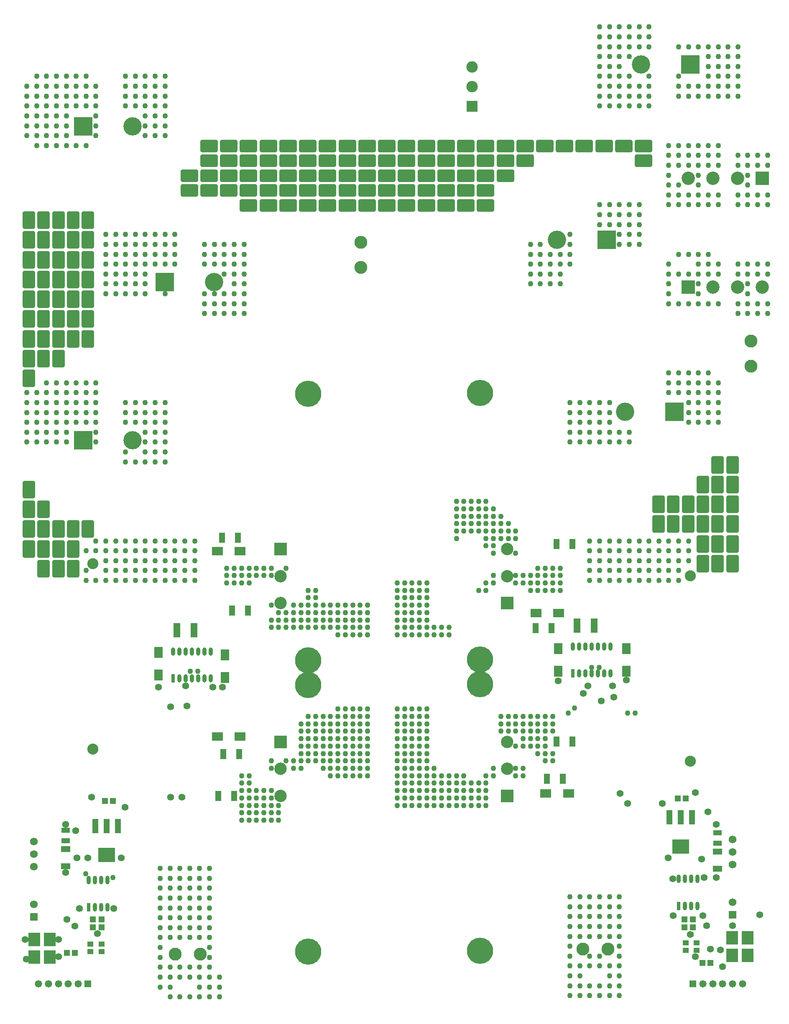
<source format=gts>
G04 Layer_Color=8388736*
%FSLAX24Y24*%
%MOIN*%
G70*
G01*
G75*
G04:AMPARAMS|DCode=71|XSize=137.8mil|YSize=98.4mil|CornerRadius=9.8mil|HoleSize=0mil|Usage=FLASHONLY|Rotation=0.000|XOffset=0mil|YOffset=0mil|HoleType=Round|Shape=RoundedRectangle|*
%AMROUNDEDRECTD71*
21,1,0.1378,0.0787,0,0,0.0*
21,1,0.1181,0.0984,0,0,0.0*
1,1,0.0197,0.0591,-0.0394*
1,1,0.0197,-0.0591,-0.0394*
1,1,0.0197,-0.0591,0.0394*
1,1,0.0197,0.0591,0.0394*
%
%ADD71ROUNDEDRECTD71*%
G04:AMPARAMS|DCode=72|XSize=137.8mil|YSize=98.4mil|CornerRadius=9.8mil|HoleSize=0mil|Usage=FLASHONLY|Rotation=90.000|XOffset=0mil|YOffset=0mil|HoleType=Round|Shape=RoundedRectangle|*
%AMROUNDEDRECTD72*
21,1,0.1378,0.0787,0,0,90.0*
21,1,0.1181,0.0984,0,0,90.0*
1,1,0.0197,0.0394,0.0591*
1,1,0.0197,0.0394,-0.0591*
1,1,0.0197,-0.0394,-0.0591*
1,1,0.0197,-0.0394,0.0591*
%
%ADD72ROUNDEDRECTD72*%
%ADD73O,0.0316X0.0651*%
%ADD74R,0.0316X0.0651*%
%ADD75R,0.0513X0.0808*%
%ADD76R,0.0671X0.0434*%
%ADD77R,0.0493X0.0395*%
%ADD78R,0.0533X0.1182*%
%ADD79R,0.0513X0.0474*%
%ADD80R,0.0474X0.0513*%
%ADD81R,0.0940X0.1102*%
%ADD82R,0.0474X0.1143*%
%ADD83R,0.1379X0.1143*%
%ADD84R,0.0867X0.0690*%
%ADD85R,0.0690X0.0867*%
%ADD86R,0.0316X0.0690*%
%ADD87O,0.0316X0.0690*%
%ADD88R,0.0769X0.0513*%
%ADD89C,0.1030*%
%ADD90C,0.0880*%
%ADD91C,0.2088*%
%ADD92C,0.1458*%
%ADD93R,0.1458X0.1458*%
%ADD94C,0.0986*%
%ADD95R,0.0986X0.0986*%
%ADD96R,0.0579X0.0579*%
%ADD97C,0.0579*%
%ADD98C,0.1064*%
%ADD99R,0.1064X0.1064*%
%ADD100R,0.0615X0.0615*%
%ADD101C,0.0615*%
%ADD102R,0.0910X0.0910*%
%ADD103C,0.0910*%
%ADD104C,0.0434*%
%ADD105C,0.0552*%
D71*
X30512Y71063D02*
D03*
X32087D02*
D03*
X35236D02*
D03*
X33661D02*
D03*
X36811D02*
D03*
X28937D02*
D03*
X25787D02*
D03*
X27362D02*
D03*
X24213D02*
D03*
X22638D02*
D03*
X21063D02*
D03*
X17913D02*
D03*
X19488D02*
D03*
X16339D02*
D03*
X14764Y68701D02*
D03*
Y67520D02*
D03*
X16339D02*
D03*
Y68701D02*
D03*
Y69882D02*
D03*
X19488D02*
D03*
Y68701D02*
D03*
Y67520D02*
D03*
Y66339D02*
D03*
X17913Y67520D02*
D03*
Y68701D02*
D03*
Y69882D02*
D03*
X21063Y66339D02*
D03*
Y67520D02*
D03*
Y68701D02*
D03*
Y69882D02*
D03*
X22638D02*
D03*
Y68701D02*
D03*
Y67520D02*
D03*
Y66339D02*
D03*
X24213D02*
D03*
Y67520D02*
D03*
Y68701D02*
D03*
Y69882D02*
D03*
X27362D02*
D03*
Y68701D02*
D03*
Y67520D02*
D03*
Y66339D02*
D03*
X25787D02*
D03*
Y67520D02*
D03*
Y68701D02*
D03*
Y69882D02*
D03*
X28937Y66339D02*
D03*
Y67520D02*
D03*
Y68701D02*
D03*
Y69882D02*
D03*
X38386Y71063D02*
D03*
X50984Y69882D02*
D03*
Y71063D02*
D03*
X49409D02*
D03*
X47835D02*
D03*
X46260D02*
D03*
X44685D02*
D03*
X43110D02*
D03*
X41535Y69882D02*
D03*
Y71063D02*
D03*
X39961D02*
D03*
Y69882D02*
D03*
Y68701D02*
D03*
X36811Y69882D02*
D03*
Y68701D02*
D03*
Y67520D02*
D03*
Y66339D02*
D03*
X38386D02*
D03*
Y67520D02*
D03*
Y68701D02*
D03*
Y69882D02*
D03*
X33661D02*
D03*
Y68701D02*
D03*
Y67520D02*
D03*
Y66339D02*
D03*
X35236D02*
D03*
Y67520D02*
D03*
Y68701D02*
D03*
Y69882D02*
D03*
X32087D02*
D03*
Y68701D02*
D03*
Y67520D02*
D03*
Y66339D02*
D03*
X30512D02*
D03*
Y67520D02*
D03*
Y68701D02*
D03*
Y69882D02*
D03*
D72*
X1969Y57283D02*
D03*
X3150D02*
D03*
X4331D02*
D03*
X5512D02*
D03*
Y55709D02*
D03*
X4331D02*
D03*
X3150D02*
D03*
X1969D02*
D03*
X6693Y55709D02*
D03*
Y57283D02*
D03*
Y65157D02*
D03*
Y62008D02*
D03*
Y63583D02*
D03*
Y60433D02*
D03*
Y58858D02*
D03*
X1969Y58858D02*
D03*
X3150D02*
D03*
X4331D02*
D03*
X5512D02*
D03*
Y60433D02*
D03*
X4331D02*
D03*
X3150D02*
D03*
X1969D02*
D03*
Y63583D02*
D03*
X3150D02*
D03*
X4331D02*
D03*
X5512D02*
D03*
Y62008D02*
D03*
X4331D02*
D03*
X3150D02*
D03*
X1969D02*
D03*
X5512Y65157D02*
D03*
X4331D02*
D03*
X3150D02*
D03*
X1969D02*
D03*
X4331Y54134D02*
D03*
X3150D02*
D03*
X1969D02*
D03*
Y52559D02*
D03*
Y43701D02*
D03*
Y42126D02*
D03*
X3150D02*
D03*
X6693Y40551D02*
D03*
X1969Y40551D02*
D03*
X3150D02*
D03*
X4331D02*
D03*
X5512D02*
D03*
X1969Y38976D02*
D03*
X3150D02*
D03*
X4331D02*
D03*
X5512D02*
D03*
X3150Y37402D02*
D03*
X4331D02*
D03*
X5512D02*
D03*
X53346Y42520D02*
D03*
X54528D02*
D03*
X55709D02*
D03*
X56890D02*
D03*
X58071Y42520D02*
D03*
X53346Y40945D02*
D03*
X54528D02*
D03*
X55709D02*
D03*
X56890D02*
D03*
X58071Y40945D02*
D03*
X55709Y39370D02*
D03*
X56890D02*
D03*
X58071Y39370D02*
D03*
X55709Y37795D02*
D03*
X56890D02*
D03*
X58071Y37795D02*
D03*
X52165Y40945D02*
D03*
Y42520D02*
D03*
X58071Y44094D02*
D03*
Y45669D02*
D03*
X56890Y44094D02*
D03*
Y45669D02*
D03*
X55709Y44094D02*
D03*
D73*
X16461Y30797D02*
D03*
X15961D02*
D03*
X15461D02*
D03*
X14961D02*
D03*
X14461D02*
D03*
X13961D02*
D03*
X13461D02*
D03*
X16461Y28652D02*
D03*
X15961D02*
D03*
X15461D02*
D03*
X14961D02*
D03*
X14461D02*
D03*
X13961D02*
D03*
X48350Y31191D02*
D03*
X47850D02*
D03*
X47350D02*
D03*
X46850D02*
D03*
X46350D02*
D03*
X45850D02*
D03*
X45350D02*
D03*
X48350Y29045D02*
D03*
X47850D02*
D03*
X47350D02*
D03*
X46850D02*
D03*
X46350D02*
D03*
X45850D02*
D03*
D74*
X13461Y28652D02*
D03*
X45350Y29045D02*
D03*
D75*
X17382Y39862D02*
D03*
X18642D02*
D03*
X18169Y34055D02*
D03*
X19429D02*
D03*
X17480Y22638D02*
D03*
X18740D02*
D03*
X17087Y19291D02*
D03*
X18346D02*
D03*
X43642Y32677D02*
D03*
X42382D02*
D03*
X45315Y39370D02*
D03*
X44055D02*
D03*
X44528Y20669D02*
D03*
X43268D02*
D03*
X45315Y23622D02*
D03*
X44055D02*
D03*
D76*
X56890Y16358D02*
D03*
Y15532D02*
D03*
X4921Y16555D02*
D03*
Y15728D02*
D03*
D77*
X6890Y7490D02*
D03*
Y6880D02*
D03*
X7776Y7490D02*
D03*
Y6880D02*
D03*
X54331Y7589D02*
D03*
Y6978D02*
D03*
X55217Y7589D02*
D03*
Y6978D02*
D03*
D78*
X13789Y32480D02*
D03*
X15148D02*
D03*
X45679Y32874D02*
D03*
X47037D02*
D03*
D79*
X7087Y8839D02*
D03*
Y9469D02*
D03*
X7776Y8839D02*
D03*
Y9469D02*
D03*
X54232Y8839D02*
D03*
Y9469D02*
D03*
X54923Y8839D02*
D03*
Y9469D02*
D03*
D80*
X8051Y18898D02*
D03*
X8681D02*
D03*
X53720Y19094D02*
D03*
X54350D02*
D03*
X5630Y6791D02*
D03*
X5000D02*
D03*
X55689Y6004D02*
D03*
X56319D02*
D03*
D81*
X2412Y6457D02*
D03*
X3652D02*
D03*
X2412Y7857D02*
D03*
X3652D02*
D03*
X58041Y6583D02*
D03*
X59281D02*
D03*
X58041Y7983D02*
D03*
X59281D02*
D03*
D82*
X9075Y16909D02*
D03*
X8169D02*
D03*
X7264D02*
D03*
X54843Y17598D02*
D03*
X53937D02*
D03*
X53032D02*
D03*
D83*
X8169Y14587D02*
D03*
X53937Y15276D02*
D03*
D84*
X17008Y38780D02*
D03*
X18819D02*
D03*
X17008Y24016D02*
D03*
X18819D02*
D03*
X44213Y33858D02*
D03*
X42402D02*
D03*
X45000Y19488D02*
D03*
X43189D02*
D03*
D85*
X12303Y30728D02*
D03*
Y28917D02*
D03*
X17618Y30531D02*
D03*
Y28720D02*
D03*
X44193Y31024D02*
D03*
Y29213D02*
D03*
X49606Y31024D02*
D03*
Y29213D02*
D03*
D86*
X6730Y10443D02*
D03*
X53778Y10541D02*
D03*
D87*
X7230Y10443D02*
D03*
X7730D02*
D03*
X8230D02*
D03*
X6730Y12589D02*
D03*
X7230D02*
D03*
X7730D02*
D03*
X8230D02*
D03*
X54278Y10541D02*
D03*
X54778D02*
D03*
X55278D02*
D03*
X53778Y12687D02*
D03*
X54278D02*
D03*
X54778D02*
D03*
X55278D02*
D03*
D88*
X4921Y13691D02*
D03*
Y15049D02*
D03*
X56890Y13494D02*
D03*
Y14852D02*
D03*
D89*
X46130Y7087D02*
D03*
X48130D02*
D03*
X28445Y63386D02*
D03*
Y61386D02*
D03*
X13650Y6693D02*
D03*
X15650D02*
D03*
X59547Y53543D02*
D03*
Y55543D02*
D03*
D90*
X7087Y23031D02*
D03*
Y37795D02*
D03*
X54724Y22047D02*
D03*
Y36811D02*
D03*
D91*
X24232Y51339D02*
D03*
Y30108D02*
D03*
X37933Y30148D02*
D03*
Y51378D02*
D03*
X24232Y28140D02*
D03*
Y6909D02*
D03*
X37933Y6949D02*
D03*
Y28179D02*
D03*
D92*
X10236Y47638D02*
D03*
Y72638D02*
D03*
X49508Y49902D02*
D03*
X44094Y63583D02*
D03*
X50787Y77559D02*
D03*
X16732Y60236D02*
D03*
D93*
X6299Y47638D02*
D03*
Y72638D02*
D03*
X53445Y49902D02*
D03*
X48032Y63583D02*
D03*
X54724Y77559D02*
D03*
X12795Y60236D02*
D03*
D94*
X40098Y23593D02*
D03*
Y21447D02*
D03*
X22028Y19301D02*
D03*
Y21447D02*
D03*
Y34655D02*
D03*
Y36801D02*
D03*
X40098Y38947D02*
D03*
Y36801D02*
D03*
D95*
Y19301D02*
D03*
X22028Y23593D02*
D03*
Y38947D02*
D03*
X40098Y34655D02*
D03*
D96*
X54921Y4331D02*
D03*
X6693Y4331D02*
D03*
D97*
X55709Y4331D02*
D03*
X56496D02*
D03*
X57283D02*
D03*
X58071D02*
D03*
X58861D02*
D03*
X5906Y4331D02*
D03*
X5118D02*
D03*
X4331D02*
D03*
X3543D02*
D03*
X2753D02*
D03*
D98*
X60433Y59843D02*
D03*
X58465D02*
D03*
X56496D02*
D03*
X54528Y68504D02*
D03*
X56496D02*
D03*
X58465D02*
D03*
D99*
X54528Y59843D02*
D03*
X60433Y68504D02*
D03*
D100*
X2362Y9653D02*
D03*
X58071Y9843D02*
D03*
D101*
X2362Y10653D02*
D03*
Y13653D02*
D03*
Y14653D02*
D03*
Y15653D02*
D03*
X58071Y10843D02*
D03*
Y13843D02*
D03*
Y14843D02*
D03*
Y15843D02*
D03*
D102*
X37303Y74228D02*
D03*
D103*
Y75787D02*
D03*
Y77346D02*
D03*
D104*
X12835Y50630D02*
D03*
Y49843D02*
D03*
Y49055D02*
D03*
Y48268D02*
D03*
Y47480D02*
D03*
Y46693D02*
D03*
Y45906D02*
D03*
X12047Y50630D02*
D03*
Y49843D02*
D03*
Y49055D02*
D03*
Y48268D02*
D03*
Y47480D02*
D03*
Y46693D02*
D03*
Y45906D02*
D03*
X11260Y50630D02*
D03*
Y49843D02*
D03*
Y49055D02*
D03*
Y48268D02*
D03*
Y47480D02*
D03*
Y46693D02*
D03*
Y45906D02*
D03*
X10472Y50630D02*
D03*
Y49843D02*
D03*
Y49055D02*
D03*
Y45906D02*
D03*
X9685Y50630D02*
D03*
Y49843D02*
D03*
Y49055D02*
D03*
Y46693D02*
D03*
Y45906D02*
D03*
X45118Y63228D02*
D03*
Y62441D02*
D03*
Y61654D02*
D03*
X44331D02*
D03*
Y60079D02*
D03*
X43543Y62441D02*
D03*
Y60079D02*
D03*
X42756Y61654D02*
D03*
Y60866D02*
D03*
Y60079D02*
D03*
X41969Y63228D02*
D03*
Y62441D02*
D03*
X45118Y64016D02*
D03*
X42756Y63228D02*
D03*
X44331Y62441D02*
D03*
X42756D02*
D03*
X43543Y61654D02*
D03*
X44331Y60866D02*
D03*
X43543D02*
D03*
X41969Y61654D02*
D03*
Y60866D02*
D03*
Y60079D02*
D03*
X43740Y25630D02*
D03*
Y25039D02*
D03*
Y24449D02*
D03*
Y22677D02*
D03*
Y22087D02*
D03*
X43150Y25630D02*
D03*
Y25039D02*
D03*
Y24449D02*
D03*
Y23858D02*
D03*
Y23268D02*
D03*
Y22677D02*
D03*
Y22087D02*
D03*
X42559Y25630D02*
D03*
Y25039D02*
D03*
Y24449D02*
D03*
Y23858D02*
D03*
Y23268D02*
D03*
Y22677D02*
D03*
X41968Y25630D02*
D03*
Y25039D02*
D03*
Y24449D02*
D03*
Y23858D02*
D03*
Y23268D02*
D03*
X41378Y25630D02*
D03*
Y25039D02*
D03*
Y24449D02*
D03*
Y23858D02*
D03*
Y23268D02*
D03*
X40787Y25630D02*
D03*
Y25039D02*
D03*
Y24449D02*
D03*
Y23268D02*
D03*
X40197Y25630D02*
D03*
Y25039D02*
D03*
Y24449D02*
D03*
X39606Y25630D02*
D03*
Y25039D02*
D03*
Y24449D02*
D03*
X49843Y47480D02*
D03*
X48268Y50630D02*
D03*
Y49843D02*
D03*
Y48268D02*
D03*
Y47480D02*
D03*
X47480Y49843D02*
D03*
Y49055D02*
D03*
Y48268D02*
D03*
Y47480D02*
D03*
X46693Y49843D02*
D03*
Y49055D02*
D03*
X45906Y50630D02*
D03*
Y49055D02*
D03*
Y48268D02*
D03*
X45118Y49843D02*
D03*
Y49055D02*
D03*
X60866Y61654D02*
D03*
Y60866D02*
D03*
Y58504D02*
D03*
Y57717D02*
D03*
X60079Y61654D02*
D03*
Y60866D02*
D03*
Y58504D02*
D03*
Y57717D02*
D03*
X59291Y61654D02*
D03*
Y60866D02*
D03*
Y60079D02*
D03*
Y59291D02*
D03*
Y58504D02*
D03*
Y57717D02*
D03*
X58504Y61654D02*
D03*
Y60866D02*
D03*
Y58504D02*
D03*
Y57717D02*
D03*
X60866Y70315D02*
D03*
Y69528D02*
D03*
Y67165D02*
D03*
Y66378D02*
D03*
X60079Y70315D02*
D03*
Y69528D02*
D03*
Y67165D02*
D03*
Y66378D02*
D03*
X59291Y70315D02*
D03*
Y69528D02*
D03*
Y68740D02*
D03*
Y67953D02*
D03*
Y67165D02*
D03*
Y66378D02*
D03*
X58504Y70315D02*
D03*
Y69528D02*
D03*
Y67165D02*
D03*
Y66378D02*
D03*
X56929Y61654D02*
D03*
Y60866D02*
D03*
Y58504D02*
D03*
X56142Y60866D02*
D03*
Y58504D02*
D03*
X55354Y60866D02*
D03*
X54567D02*
D03*
Y58504D02*
D03*
X53780Y60866D02*
D03*
X52992Y61654D02*
D03*
Y60079D02*
D03*
Y59291D02*
D03*
Y58504D02*
D03*
X51417Y80551D02*
D03*
Y76614D02*
D03*
Y74252D02*
D03*
X50630Y80551D02*
D03*
Y78976D02*
D03*
Y75827D02*
D03*
Y75039D02*
D03*
X49843Y80551D02*
D03*
Y76614D02*
D03*
Y74252D02*
D03*
X49055Y79764D02*
D03*
Y78189D02*
D03*
Y76614D02*
D03*
Y75827D02*
D03*
X48268D02*
D03*
X47480Y79764D02*
D03*
Y77402D02*
D03*
Y76614D02*
D03*
Y74252D02*
D03*
X56929Y52205D02*
D03*
Y50630D02*
D03*
Y49843D02*
D03*
X56142Y51417D02*
D03*
Y50630D02*
D03*
X55354Y52992D02*
D03*
Y49055D02*
D03*
X54567Y52205D02*
D03*
Y49843D02*
D03*
Y49055D02*
D03*
X53780Y52992D02*
D03*
X52992D02*
D03*
Y52205D02*
D03*
Y51417D02*
D03*
Y66378D02*
D03*
X50630Y65591D02*
D03*
Y64803D02*
D03*
Y64016D02*
D03*
X49843Y64803D02*
D03*
Y64016D02*
D03*
X49055Y66378D02*
D03*
Y65591D02*
D03*
Y63228D02*
D03*
X47480Y66378D02*
D03*
Y65591D02*
D03*
X56929Y70315D02*
D03*
Y69528D02*
D03*
Y67165D02*
D03*
Y66378D02*
D03*
X56142Y70315D02*
D03*
Y67165D02*
D03*
X55354Y71102D02*
D03*
Y69528D02*
D03*
Y68740D02*
D03*
Y67165D02*
D03*
X54567Y69528D02*
D03*
Y67165D02*
D03*
X53780Y71102D02*
D03*
Y70315D02*
D03*
Y67953D02*
D03*
Y67165D02*
D03*
Y66378D02*
D03*
X52992Y71102D02*
D03*
Y70315D02*
D03*
Y68740D02*
D03*
Y67953D02*
D03*
Y67165D02*
D03*
X58504Y78976D02*
D03*
Y78189D02*
D03*
Y77402D02*
D03*
Y76614D02*
D03*
Y75039D02*
D03*
X57717Y78189D02*
D03*
Y76614D02*
D03*
X56929Y77402D02*
D03*
Y75827D02*
D03*
X56142Y77402D02*
D03*
Y76614D02*
D03*
Y75827D02*
D03*
Y75039D02*
D03*
X54567Y78976D02*
D03*
X53780D02*
D03*
Y76614D02*
D03*
Y75827D02*
D03*
Y75039D02*
D03*
X8661Y12795D02*
D03*
X6496Y13091D02*
D03*
X15453Y29232D02*
D03*
X14852Y29242D02*
D03*
X28976Y34488D02*
D03*
Y33898D02*
D03*
Y33307D02*
D03*
Y32717D02*
D03*
Y32126D02*
D03*
X28386Y34488D02*
D03*
Y33898D02*
D03*
Y33307D02*
D03*
Y32717D02*
D03*
Y32126D02*
D03*
X27795Y34488D02*
D03*
Y33898D02*
D03*
Y33307D02*
D03*
Y32717D02*
D03*
Y32126D02*
D03*
X27205Y34488D02*
D03*
Y33898D02*
D03*
Y33307D02*
D03*
Y32717D02*
D03*
Y32126D02*
D03*
X26614Y34488D02*
D03*
Y33898D02*
D03*
Y33307D02*
D03*
Y32717D02*
D03*
Y32126D02*
D03*
X26024Y33898D02*
D03*
Y33307D02*
D03*
Y32717D02*
D03*
X25433Y33307D02*
D03*
Y32717D02*
D03*
X24843Y35079D02*
D03*
Y33898D02*
D03*
Y33307D02*
D03*
Y32717D02*
D03*
X24252Y35079D02*
D03*
Y33898D02*
D03*
Y33307D02*
D03*
Y32717D02*
D03*
X23661Y34488D02*
D03*
Y33898D02*
D03*
Y33307D02*
D03*
Y32717D02*
D03*
X23071Y34488D02*
D03*
Y33898D02*
D03*
Y33307D02*
D03*
Y32717D02*
D03*
X22480Y33898D02*
D03*
Y33307D02*
D03*
Y32717D02*
D03*
X21890Y33898D02*
D03*
Y33307D02*
D03*
Y32717D02*
D03*
X21299Y34488D02*
D03*
Y33307D02*
D03*
Y32717D02*
D03*
X22480Y37441D02*
D03*
X21299D02*
D03*
Y36850D02*
D03*
X20709Y37441D02*
D03*
Y36850D02*
D03*
X20118Y37441D02*
D03*
Y36850D02*
D03*
X19528Y37441D02*
D03*
Y36850D02*
D03*
Y36260D02*
D03*
X18937Y37441D02*
D03*
Y36850D02*
D03*
Y36260D02*
D03*
X18346Y37441D02*
D03*
Y36850D02*
D03*
Y36260D02*
D03*
X17756Y37441D02*
D03*
Y36850D02*
D03*
Y36260D02*
D03*
X50295Y25886D02*
D03*
X49705D02*
D03*
X44980D02*
D03*
X45472Y26280D02*
D03*
X47441Y29527D02*
D03*
X54567Y39606D02*
D03*
X53780D02*
D03*
Y38819D02*
D03*
X52992Y39606D02*
D03*
Y36457D02*
D03*
X52205Y38819D02*
D03*
Y37244D02*
D03*
Y36457D02*
D03*
X51417Y39606D02*
D03*
Y38819D02*
D03*
Y38032D02*
D03*
X49843Y38819D02*
D03*
Y37244D02*
D03*
Y36457D02*
D03*
X49055Y38819D02*
D03*
Y37244D02*
D03*
Y36457D02*
D03*
X48268Y39606D02*
D03*
Y38819D02*
D03*
Y38032D02*
D03*
X47480Y38819D02*
D03*
X46693Y37244D02*
D03*
X15197Y38819D02*
D03*
Y38032D02*
D03*
Y37244D02*
D03*
Y36457D02*
D03*
X14409Y39606D02*
D03*
Y38032D02*
D03*
Y36457D02*
D03*
X13622Y39606D02*
D03*
Y38032D02*
D03*
Y37244D02*
D03*
Y36457D02*
D03*
X12835Y39606D02*
D03*
Y38819D02*
D03*
Y37244D02*
D03*
Y36457D02*
D03*
X12047Y38032D02*
D03*
Y37244D02*
D03*
Y36457D02*
D03*
X11260Y39606D02*
D03*
Y38032D02*
D03*
Y36457D02*
D03*
X10472Y39606D02*
D03*
Y38032D02*
D03*
Y36457D02*
D03*
X9685Y38819D02*
D03*
Y37244D02*
D03*
X8898Y39606D02*
D03*
Y38819D02*
D03*
Y38032D02*
D03*
Y37244D02*
D03*
Y36457D02*
D03*
X8110Y39606D02*
D03*
Y38819D02*
D03*
Y38032D02*
D03*
X7323Y38819D02*
D03*
Y36457D02*
D03*
X6535D02*
D03*
X21299Y21496D02*
D03*
Y22087D02*
D03*
X22480D02*
D03*
X23071Y21496D02*
D03*
Y22087D02*
D03*
X23661Y21496D02*
D03*
Y22087D02*
D03*
Y22677D02*
D03*
Y23268D02*
D03*
Y23858D02*
D03*
Y24449D02*
D03*
Y25039D02*
D03*
X24252Y22087D02*
D03*
Y22677D02*
D03*
Y23268D02*
D03*
Y23858D02*
D03*
Y24449D02*
D03*
Y25039D02*
D03*
Y25630D02*
D03*
X24843Y22087D02*
D03*
Y22677D02*
D03*
Y23268D02*
D03*
Y23858D02*
D03*
Y24449D02*
D03*
Y25039D02*
D03*
Y25630D02*
D03*
X25433Y21496D02*
D03*
Y22087D02*
D03*
Y22677D02*
D03*
Y23268D02*
D03*
Y23858D02*
D03*
Y24449D02*
D03*
Y25039D02*
D03*
Y25630D02*
D03*
X26024Y20905D02*
D03*
Y21496D02*
D03*
Y22087D02*
D03*
Y22677D02*
D03*
Y23268D02*
D03*
Y23858D02*
D03*
Y24449D02*
D03*
Y25039D02*
D03*
Y25630D02*
D03*
X26614Y20905D02*
D03*
Y21496D02*
D03*
Y22087D02*
D03*
Y22677D02*
D03*
Y23268D02*
D03*
Y23858D02*
D03*
Y24449D02*
D03*
Y25039D02*
D03*
Y25630D02*
D03*
Y26220D02*
D03*
X27205Y20905D02*
D03*
Y21496D02*
D03*
Y22087D02*
D03*
Y22677D02*
D03*
Y23268D02*
D03*
Y23858D02*
D03*
Y24449D02*
D03*
Y25039D02*
D03*
Y25630D02*
D03*
Y26220D02*
D03*
X27795Y20905D02*
D03*
Y21496D02*
D03*
Y22087D02*
D03*
Y22677D02*
D03*
Y23268D02*
D03*
Y23858D02*
D03*
Y24449D02*
D03*
Y25039D02*
D03*
Y25630D02*
D03*
Y26220D02*
D03*
X28386Y20905D02*
D03*
Y21496D02*
D03*
Y22087D02*
D03*
Y22677D02*
D03*
Y23268D02*
D03*
Y23858D02*
D03*
Y24449D02*
D03*
Y25039D02*
D03*
Y25630D02*
D03*
Y26220D02*
D03*
X28976Y20905D02*
D03*
Y21496D02*
D03*
Y22087D02*
D03*
Y22677D02*
D03*
Y23268D02*
D03*
Y23858D02*
D03*
Y24449D02*
D03*
Y25039D02*
D03*
Y25630D02*
D03*
Y26220D02*
D03*
X12441Y4075D02*
D03*
Y4862D02*
D03*
Y5650D02*
D03*
Y6437D02*
D03*
Y7224D02*
D03*
Y8012D02*
D03*
Y8799D02*
D03*
Y9587D02*
D03*
Y10374D02*
D03*
Y11161D02*
D03*
Y11949D02*
D03*
Y12736D02*
D03*
Y13524D02*
D03*
X13228Y3287D02*
D03*
Y4075D02*
D03*
Y4862D02*
D03*
Y5650D02*
D03*
Y8012D02*
D03*
Y8799D02*
D03*
Y9587D02*
D03*
Y10374D02*
D03*
Y11161D02*
D03*
Y11949D02*
D03*
Y12736D02*
D03*
Y13524D02*
D03*
X14016Y3287D02*
D03*
Y4862D02*
D03*
Y5650D02*
D03*
Y8012D02*
D03*
Y8799D02*
D03*
Y9587D02*
D03*
Y10374D02*
D03*
Y11161D02*
D03*
Y11949D02*
D03*
Y12736D02*
D03*
Y13524D02*
D03*
X14803Y3287D02*
D03*
Y4862D02*
D03*
Y5650D02*
D03*
Y8012D02*
D03*
Y8799D02*
D03*
Y9587D02*
D03*
Y10374D02*
D03*
Y11161D02*
D03*
Y11949D02*
D03*
Y12736D02*
D03*
Y13524D02*
D03*
X15591Y3287D02*
D03*
Y4075D02*
D03*
Y4862D02*
D03*
Y5650D02*
D03*
Y8012D02*
D03*
Y8799D02*
D03*
Y9587D02*
D03*
Y10374D02*
D03*
Y11161D02*
D03*
Y11949D02*
D03*
Y12736D02*
D03*
Y13524D02*
D03*
X16378Y3287D02*
D03*
Y4075D02*
D03*
Y4862D02*
D03*
Y5650D02*
D03*
Y6437D02*
D03*
Y7224D02*
D03*
Y8012D02*
D03*
Y8799D02*
D03*
Y9587D02*
D03*
Y10374D02*
D03*
Y11161D02*
D03*
Y11949D02*
D03*
Y12736D02*
D03*
Y13524D02*
D03*
X17165Y3287D02*
D03*
Y4075D02*
D03*
Y4862D02*
D03*
X36063Y40984D02*
D03*
Y41575D02*
D03*
Y42165D02*
D03*
Y42756D02*
D03*
X36654Y41575D02*
D03*
Y42756D02*
D03*
X37244Y40984D02*
D03*
Y42165D02*
D03*
Y42756D02*
D03*
X37835Y41575D02*
D03*
Y42756D02*
D03*
X38425Y39213D02*
D03*
Y40394D02*
D03*
Y40984D02*
D03*
Y41575D02*
D03*
X39016Y42165D02*
D03*
X39606Y40984D02*
D03*
X40197Y39803D02*
D03*
Y40394D02*
D03*
Y40984D02*
D03*
X40787Y38622D02*
D03*
Y39803D02*
D03*
X31339Y33307D02*
D03*
Y33898D02*
D03*
X31929Y32717D02*
D03*
Y35079D02*
D03*
Y35669D02*
D03*
Y36260D02*
D03*
X32520Y35669D02*
D03*
X33110Y32126D02*
D03*
Y33898D02*
D03*
Y34488D02*
D03*
Y35079D02*
D03*
Y35669D02*
D03*
Y36260D02*
D03*
X33701Y32717D02*
D03*
Y33898D02*
D03*
Y34488D02*
D03*
Y35079D02*
D03*
Y35669D02*
D03*
X34291Y32717D02*
D03*
X35472D02*
D03*
X31339Y18543D02*
D03*
Y20315D02*
D03*
Y21496D02*
D03*
Y22087D02*
D03*
Y22677D02*
D03*
X31929Y20315D02*
D03*
Y22087D02*
D03*
Y22677D02*
D03*
X32520Y19724D02*
D03*
Y22677D02*
D03*
Y24449D02*
D03*
Y25630D02*
D03*
X33110Y19724D02*
D03*
Y20315D02*
D03*
Y21496D02*
D03*
Y22677D02*
D03*
Y23268D02*
D03*
Y23858D02*
D03*
Y24449D02*
D03*
Y25039D02*
D03*
Y26220D02*
D03*
X33701Y18543D02*
D03*
Y20905D02*
D03*
Y21496D02*
D03*
Y22087D02*
D03*
Y22677D02*
D03*
Y23268D02*
D03*
Y23858D02*
D03*
Y25039D02*
D03*
Y25630D02*
D03*
Y26220D02*
D03*
X34291Y19134D02*
D03*
Y19724D02*
D03*
Y20315D02*
D03*
Y20905D02*
D03*
X34882Y18543D02*
D03*
Y20905D02*
D03*
X35472Y18543D02*
D03*
Y20905D02*
D03*
X36063Y18543D02*
D03*
Y19134D02*
D03*
Y20315D02*
D03*
X36654Y19134D02*
D03*
Y19724D02*
D03*
Y20315D02*
D03*
Y20905D02*
D03*
X37244Y18543D02*
D03*
Y19134D02*
D03*
Y19724D02*
D03*
X37835D02*
D03*
X38425Y18543D02*
D03*
X39016Y20905D02*
D03*
Y21496D02*
D03*
X40787Y20905D02*
D03*
X41378Y21496D02*
D03*
X39606Y41575D02*
D03*
X39016Y40984D02*
D03*
Y41575D02*
D03*
X40787Y40394D02*
D03*
X39606D02*
D03*
X39016Y39803D02*
D03*
Y40394D02*
D03*
X38425Y42756D02*
D03*
Y42165D02*
D03*
X37835D02*
D03*
Y40394D02*
D03*
Y40984D02*
D03*
X39606Y39803D02*
D03*
X39016Y39213D02*
D03*
X41378Y20905D02*
D03*
X40787Y21496D02*
D03*
X38425Y39803D02*
D03*
X39016Y38622D02*
D03*
X38425Y20905D02*
D03*
X37835Y20315D02*
D03*
X38425Y19724D02*
D03*
Y20315D02*
D03*
Y19134D02*
D03*
X37835D02*
D03*
X37244Y41575D02*
D03*
X36654Y42165D02*
D03*
X37244Y40394D02*
D03*
X36654Y40984D02*
D03*
Y40394D02*
D03*
X36063Y39803D02*
D03*
Y40394D02*
D03*
X34882Y32717D02*
D03*
X37244Y20315D02*
D03*
X36063Y20905D02*
D03*
Y19724D02*
D03*
X35472Y32126D02*
D03*
Y20315D02*
D03*
X34882Y32126D02*
D03*
X35472Y19724D02*
D03*
X34882Y20315D02*
D03*
X35472Y19134D02*
D03*
X34882Y19724D02*
D03*
Y19134D02*
D03*
X37835Y18543D02*
D03*
X36654D02*
D03*
X33701Y36260D02*
D03*
X32520Y35079D02*
D03*
X33701Y32126D02*
D03*
X34291D02*
D03*
X33701Y33307D02*
D03*
X33110Y32717D02*
D03*
Y33307D02*
D03*
Y25630D02*
D03*
X32520Y34488D02*
D03*
Y36260D02*
D03*
X31929Y34488D02*
D03*
X31339Y35669D02*
D03*
Y36260D02*
D03*
Y34488D02*
D03*
Y35079D02*
D03*
X32520Y33898D02*
D03*
Y32717D02*
D03*
Y33307D02*
D03*
X31929D02*
D03*
Y32126D02*
D03*
X32520D02*
D03*
Y26220D02*
D03*
Y25039D02*
D03*
X31929D02*
D03*
Y33898D02*
D03*
X31339Y32717D02*
D03*
Y32126D02*
D03*
X31929Y26220D02*
D03*
Y25630D02*
D03*
X31339Y26220D02*
D03*
Y25630D02*
D03*
Y25039D02*
D03*
X33701Y24449D02*
D03*
X34291Y21496D02*
D03*
X33701Y19724D02*
D03*
Y20315D02*
D03*
X32520Y23858D02*
D03*
X33110Y22087D02*
D03*
Y20905D02*
D03*
X32520Y21496D02*
D03*
X34291Y18543D02*
D03*
X33701Y19134D02*
D03*
X33110Y18543D02*
D03*
Y19134D02*
D03*
X32520Y23268D02*
D03*
X31929Y24449D02*
D03*
Y23268D02*
D03*
Y23858D02*
D03*
X32520Y20905D02*
D03*
Y22087D02*
D03*
Y19134D02*
D03*
Y20315D02*
D03*
X31929Y21496D02*
D03*
Y20905D02*
D03*
X31339Y23858D02*
D03*
Y24449D02*
D03*
Y23268D02*
D03*
X31929Y19134D02*
D03*
Y19724D02*
D03*
X31339Y20905D02*
D03*
Y19724D02*
D03*
X32520Y18543D02*
D03*
X31929D02*
D03*
X31339Y19134D02*
D03*
X18937Y17362D02*
D03*
Y17953D02*
D03*
Y18543D02*
D03*
Y19134D02*
D03*
Y19724D02*
D03*
Y20315D02*
D03*
Y20905D02*
D03*
X19528Y17362D02*
D03*
Y17953D02*
D03*
Y18543D02*
D03*
Y19134D02*
D03*
Y19724D02*
D03*
Y20315D02*
D03*
Y20905D02*
D03*
X20118Y17362D02*
D03*
Y17953D02*
D03*
Y18543D02*
D03*
Y19134D02*
D03*
Y19724D02*
D03*
X20709Y17362D02*
D03*
Y17953D02*
D03*
Y18543D02*
D03*
Y19134D02*
D03*
Y19724D02*
D03*
X21299Y17362D02*
D03*
Y17953D02*
D03*
Y18543D02*
D03*
Y19134D02*
D03*
Y19724D02*
D03*
X21890Y17362D02*
D03*
Y17953D02*
D03*
Y18543D02*
D03*
X45118Y3386D02*
D03*
Y4173D02*
D03*
Y4961D02*
D03*
Y5748D02*
D03*
Y6535D02*
D03*
Y7323D02*
D03*
Y8110D02*
D03*
Y8898D02*
D03*
Y9685D02*
D03*
Y10472D02*
D03*
Y11260D02*
D03*
X45906Y3386D02*
D03*
Y4173D02*
D03*
Y4961D02*
D03*
Y5748D02*
D03*
Y8110D02*
D03*
Y8898D02*
D03*
Y9685D02*
D03*
Y10472D02*
D03*
Y11260D02*
D03*
X46693Y3386D02*
D03*
Y4173D02*
D03*
Y5748D02*
D03*
Y6535D02*
D03*
Y8110D02*
D03*
Y8898D02*
D03*
Y9685D02*
D03*
Y10472D02*
D03*
Y11260D02*
D03*
X47480Y3386D02*
D03*
Y4173D02*
D03*
Y5748D02*
D03*
Y6535D02*
D03*
Y8110D02*
D03*
Y8898D02*
D03*
Y9685D02*
D03*
Y10472D02*
D03*
Y11260D02*
D03*
X48268Y3386D02*
D03*
Y4173D02*
D03*
Y4961D02*
D03*
Y5748D02*
D03*
Y8110D02*
D03*
Y8898D02*
D03*
Y9685D02*
D03*
Y10472D02*
D03*
Y11260D02*
D03*
X49055Y3386D02*
D03*
Y4173D02*
D03*
Y4961D02*
D03*
Y5748D02*
D03*
Y6535D02*
D03*
Y7323D02*
D03*
Y8110D02*
D03*
Y8898D02*
D03*
Y9685D02*
D03*
Y10472D02*
D03*
Y11260D02*
D03*
X37835Y35669D02*
D03*
X38425D02*
D03*
Y36260D02*
D03*
X39016D02*
D03*
Y36850D02*
D03*
X40787Y36260D02*
D03*
Y36850D02*
D03*
X41378Y36260D02*
D03*
Y36850D02*
D03*
X41968Y35669D02*
D03*
Y36260D02*
D03*
Y36850D02*
D03*
X42559Y35669D02*
D03*
Y36260D02*
D03*
Y36850D02*
D03*
Y37441D02*
D03*
X43150Y35669D02*
D03*
Y36260D02*
D03*
Y36850D02*
D03*
Y37441D02*
D03*
X43740Y35669D02*
D03*
Y36260D02*
D03*
Y36850D02*
D03*
Y37441D02*
D03*
X44331Y35669D02*
D03*
Y36260D02*
D03*
Y36850D02*
D03*
Y37441D02*
D03*
X46850Y29528D02*
D03*
X25433Y33898D02*
D03*
X26024Y34488D02*
D03*
X24843Y35669D02*
D03*
X24252D02*
D03*
X25433Y34488D02*
D03*
X24843D02*
D03*
X24252D02*
D03*
X51417Y79764D02*
D03*
X50630D02*
D03*
X51417Y78976D02*
D03*
Y75827D02*
D03*
X49843Y79764D02*
D03*
Y78976D02*
D03*
X49055D02*
D03*
X49843Y78189D02*
D03*
Y75827D02*
D03*
X49055Y77402D02*
D03*
X56142Y62441D02*
D03*
X53780D02*
D03*
X55354D02*
D03*
X54567D02*
D03*
X56142Y61654D02*
D03*
X55354D02*
D03*
X51417Y75039D02*
D03*
X49843D02*
D03*
X50630Y74252D02*
D03*
X49055Y80551D02*
D03*
X48268Y78976D02*
D03*
Y79764D02*
D03*
Y78189D02*
D03*
X49055Y75039D02*
D03*
X48268Y80551D02*
D03*
X47480D02*
D03*
Y78976D02*
D03*
Y78189D02*
D03*
X48268Y77402D02*
D03*
Y76614D02*
D03*
X47480Y75827D02*
D03*
X49055Y74252D02*
D03*
X48268Y75039D02*
D03*
Y74252D02*
D03*
X47480Y75039D02*
D03*
X55354Y60079D02*
D03*
Y59291D02*
D03*
Y58504D02*
D03*
X52992Y60866D02*
D03*
X53780Y58504D02*
D03*
X47480Y50630D02*
D03*
X49843Y48268D02*
D03*
X49055D02*
D03*
X48268Y49055D02*
D03*
X49055Y47480D02*
D03*
X46693D02*
D03*
Y50630D02*
D03*
X45118D02*
D03*
X45906Y49843D02*
D03*
X46693Y48268D02*
D03*
X45906Y47480D02*
D03*
X45118Y48268D02*
D03*
Y47480D02*
D03*
X57717Y78976D02*
D03*
X56929D02*
D03*
X58504Y75827D02*
D03*
X57717Y77402D02*
D03*
Y75827D02*
D03*
X56929Y78189D02*
D03*
X56142Y78976D02*
D03*
Y78189D02*
D03*
X55354Y78976D02*
D03*
X56929Y76614D02*
D03*
X55354Y75827D02*
D03*
X57717Y75039D02*
D03*
X56929D02*
D03*
Y71102D02*
D03*
X55354Y75039D02*
D03*
X56142Y71102D02*
D03*
X55354Y70315D02*
D03*
X56142Y69528D02*
D03*
Y66378D02*
D03*
X55354Y67953D02*
D03*
Y66378D02*
D03*
X54567Y75039D02*
D03*
Y75827D02*
D03*
Y70315D02*
D03*
Y71102D02*
D03*
X52992Y69528D02*
D03*
X53780D02*
D03*
X54567Y66378D02*
D03*
X50630D02*
D03*
X49843D02*
D03*
Y65591D02*
D03*
Y63228D02*
D03*
X48268Y66378D02*
D03*
X49055Y64803D02*
D03*
Y64016D02*
D03*
X48268Y64803D02*
D03*
Y65591D02*
D03*
X47480Y64803D02*
D03*
X56142Y52992D02*
D03*
Y52205D02*
D03*
X55354D02*
D03*
X56929Y51417D02*
D03*
X55354D02*
D03*
X54567Y52992D02*
D03*
X55354Y50630D02*
D03*
X54567Y51417D02*
D03*
Y50630D02*
D03*
X53780Y51417D02*
D03*
Y52205D02*
D03*
X56142Y49843D02*
D03*
X55354D02*
D03*
X56142Y49055D02*
D03*
X56929D02*
D03*
X54567Y38032D02*
D03*
Y38819D02*
D03*
X53780Y38032D02*
D03*
X52992Y38819D02*
D03*
X53780Y37244D02*
D03*
X52992Y38032D02*
D03*
X53780Y36457D02*
D03*
X52992Y37244D02*
D03*
X52205Y39606D02*
D03*
X50630Y63228D02*
D03*
Y39606D02*
D03*
X49843D02*
D03*
X50630Y38819D02*
D03*
X52205Y38032D02*
D03*
X50630D02*
D03*
X49843D02*
D03*
X49055Y39606D02*
D03*
X46693D02*
D03*
X47480D02*
D03*
X46693Y38819D02*
D03*
X50630Y37244D02*
D03*
X51417D02*
D03*
X49055Y38032D02*
D03*
X50630Y36457D02*
D03*
X51417D02*
D03*
X47480Y38032D02*
D03*
X46693D02*
D03*
X48268Y37244D02*
D03*
X47480D02*
D03*
X46693Y36457D02*
D03*
X48268D02*
D03*
X47480D02*
D03*
X9685Y39606D02*
D03*
X15197D02*
D03*
X14409Y37244D02*
D03*
Y38819D02*
D03*
X12047Y39606D02*
D03*
X13622Y38819D02*
D03*
X12047D02*
D03*
X11260D02*
D03*
X10472D02*
D03*
X7323Y39606D02*
D03*
X6535Y38819D02*
D03*
X12835Y38032D02*
D03*
X10472Y37244D02*
D03*
X11260D02*
D03*
X9685Y38032D02*
D03*
X8110Y37244D02*
D03*
X6535D02*
D03*
X9685Y36457D02*
D03*
X8110D02*
D03*
X1811Y47480D02*
D03*
Y48268D02*
D03*
Y49055D02*
D03*
Y49843D02*
D03*
Y50630D02*
D03*
Y51417D02*
D03*
Y71890D02*
D03*
Y72677D02*
D03*
Y73465D02*
D03*
Y74252D02*
D03*
Y75039D02*
D03*
Y75827D02*
D03*
X2598Y47480D02*
D03*
Y48268D02*
D03*
Y49055D02*
D03*
Y49843D02*
D03*
Y50630D02*
D03*
Y51417D02*
D03*
Y71102D02*
D03*
Y71890D02*
D03*
Y72677D02*
D03*
Y73465D02*
D03*
Y74252D02*
D03*
Y75039D02*
D03*
Y75827D02*
D03*
Y76614D02*
D03*
X3386Y47480D02*
D03*
Y48268D02*
D03*
Y49055D02*
D03*
Y49843D02*
D03*
Y50630D02*
D03*
Y51417D02*
D03*
Y52205D02*
D03*
Y71102D02*
D03*
Y71890D02*
D03*
Y72677D02*
D03*
Y73465D02*
D03*
Y74252D02*
D03*
Y75039D02*
D03*
Y75827D02*
D03*
Y76614D02*
D03*
X4173Y47480D02*
D03*
Y48268D02*
D03*
Y49055D02*
D03*
Y49843D02*
D03*
Y50630D02*
D03*
Y51417D02*
D03*
Y52205D02*
D03*
Y71102D02*
D03*
Y71890D02*
D03*
Y72677D02*
D03*
Y73465D02*
D03*
Y74252D02*
D03*
Y75039D02*
D03*
Y75827D02*
D03*
Y76614D02*
D03*
X4961Y47480D02*
D03*
Y48268D02*
D03*
Y49055D02*
D03*
Y49843D02*
D03*
Y50630D02*
D03*
Y51417D02*
D03*
Y52205D02*
D03*
Y71102D02*
D03*
Y71890D02*
D03*
Y72677D02*
D03*
Y73465D02*
D03*
Y74252D02*
D03*
Y75039D02*
D03*
Y75827D02*
D03*
Y76614D02*
D03*
X5748Y49055D02*
D03*
Y49843D02*
D03*
Y50630D02*
D03*
Y51417D02*
D03*
Y52205D02*
D03*
Y71102D02*
D03*
Y74252D02*
D03*
Y75039D02*
D03*
Y75827D02*
D03*
Y76614D02*
D03*
X6535Y49055D02*
D03*
Y49843D02*
D03*
Y50630D02*
D03*
Y51417D02*
D03*
Y52205D02*
D03*
Y71102D02*
D03*
Y74252D02*
D03*
Y75039D02*
D03*
Y75827D02*
D03*
Y76614D02*
D03*
X7323Y47480D02*
D03*
Y48268D02*
D03*
Y49055D02*
D03*
Y49843D02*
D03*
Y50630D02*
D03*
Y51417D02*
D03*
Y52205D02*
D03*
Y71890D02*
D03*
Y72677D02*
D03*
Y73465D02*
D03*
Y74252D02*
D03*
Y75039D02*
D03*
Y75827D02*
D03*
X8110Y59291D02*
D03*
Y60079D02*
D03*
Y60866D02*
D03*
Y61654D02*
D03*
Y62441D02*
D03*
Y63228D02*
D03*
Y64016D02*
D03*
X8898Y59291D02*
D03*
Y60079D02*
D03*
Y60866D02*
D03*
Y61654D02*
D03*
Y62441D02*
D03*
Y63228D02*
D03*
Y64016D02*
D03*
X9685Y59291D02*
D03*
Y60079D02*
D03*
Y60866D02*
D03*
Y61654D02*
D03*
Y62441D02*
D03*
Y63228D02*
D03*
Y64016D02*
D03*
X10472Y59291D02*
D03*
Y60079D02*
D03*
Y60866D02*
D03*
Y61654D02*
D03*
Y62441D02*
D03*
Y63228D02*
D03*
Y64016D02*
D03*
X11260Y59291D02*
D03*
Y60079D02*
D03*
Y60866D02*
D03*
Y61654D02*
D03*
Y62441D02*
D03*
Y63228D02*
D03*
Y64016D02*
D03*
X12047Y61654D02*
D03*
Y62441D02*
D03*
Y63228D02*
D03*
Y64016D02*
D03*
X12835Y59291D02*
D03*
Y61654D02*
D03*
Y62441D02*
D03*
Y63228D02*
D03*
Y64016D02*
D03*
X13622Y61654D02*
D03*
Y62441D02*
D03*
Y63228D02*
D03*
Y64016D02*
D03*
X9685Y74252D02*
D03*
Y75039D02*
D03*
Y75827D02*
D03*
Y76614D02*
D03*
X10472Y74252D02*
D03*
Y75039D02*
D03*
Y75827D02*
D03*
Y76614D02*
D03*
X11260Y71890D02*
D03*
Y72677D02*
D03*
Y73465D02*
D03*
Y74252D02*
D03*
Y75039D02*
D03*
Y75827D02*
D03*
Y76614D02*
D03*
X12047Y71890D02*
D03*
Y72677D02*
D03*
Y73465D02*
D03*
Y74252D02*
D03*
Y75039D02*
D03*
Y75827D02*
D03*
Y76614D02*
D03*
X12835Y71890D02*
D03*
Y72677D02*
D03*
Y73465D02*
D03*
Y74252D02*
D03*
Y75039D02*
D03*
Y75827D02*
D03*
Y76614D02*
D03*
X15984Y57717D02*
D03*
Y58504D02*
D03*
Y59291D02*
D03*
Y61654D02*
D03*
Y62441D02*
D03*
Y63228D02*
D03*
X16772Y57717D02*
D03*
Y58504D02*
D03*
Y59291D02*
D03*
Y61654D02*
D03*
Y62441D02*
D03*
Y63228D02*
D03*
X17559Y57717D02*
D03*
Y58504D02*
D03*
Y59291D02*
D03*
Y60866D02*
D03*
Y61654D02*
D03*
Y62441D02*
D03*
Y63228D02*
D03*
X18346Y57717D02*
D03*
Y58504D02*
D03*
Y59291D02*
D03*
Y60079D02*
D03*
Y60866D02*
D03*
Y61654D02*
D03*
Y62441D02*
D03*
Y63228D02*
D03*
X19134Y57717D02*
D03*
Y58504D02*
D03*
Y59291D02*
D03*
Y60079D02*
D03*
Y60866D02*
D03*
Y61654D02*
D03*
Y62441D02*
D03*
Y63228D02*
D03*
D105*
X7431Y8317D02*
D03*
X8760Y10335D02*
D03*
X6004D02*
D03*
X5630Y8937D02*
D03*
X5020Y9449D02*
D03*
X4331Y6496D02*
D03*
Y7874D02*
D03*
X14567Y26476D02*
D03*
X14173Y19193D02*
D03*
X13287Y26378D02*
D03*
Y19193D02*
D03*
X9350Y14370D02*
D03*
X6693D02*
D03*
X9646Y18406D02*
D03*
X6988Y19193D02*
D03*
X52461Y18701D02*
D03*
X55118Y19547D02*
D03*
X56791Y17028D02*
D03*
X5709Y16535D02*
D03*
X5807Y14370D02*
D03*
X4921Y13189D02*
D03*
Y17028D02*
D03*
X12303Y27953D02*
D03*
X16634D02*
D03*
X14468Y28051D02*
D03*
X49606Y28543D02*
D03*
X47617Y26870D02*
D03*
X48622Y27165D02*
D03*
X49705Y18701D02*
D03*
X49114Y19488D02*
D03*
X46161Y27461D02*
D03*
X44193Y28445D02*
D03*
X56299Y7087D02*
D03*
X54724Y8268D02*
D03*
X56004Y8957D02*
D03*
X55709Y9744D02*
D03*
X53346D02*
D03*
X55118Y6496D02*
D03*
X57283Y5709D02*
D03*
X55610Y14272D02*
D03*
X52953Y14370D02*
D03*
X53297Y12697D02*
D03*
X56791Y12795D02*
D03*
X56102Y18012D02*
D03*
X55807Y12795D02*
D03*
X60236Y9843D02*
D03*
X58071Y8957D02*
D03*
X57126Y7028D02*
D03*
X48524Y28051D02*
D03*
X46555Y28051D02*
D03*
X1772Y6299D02*
D03*
X1673Y7874D02*
D03*
X17421Y27953D02*
D03*
M02*

</source>
